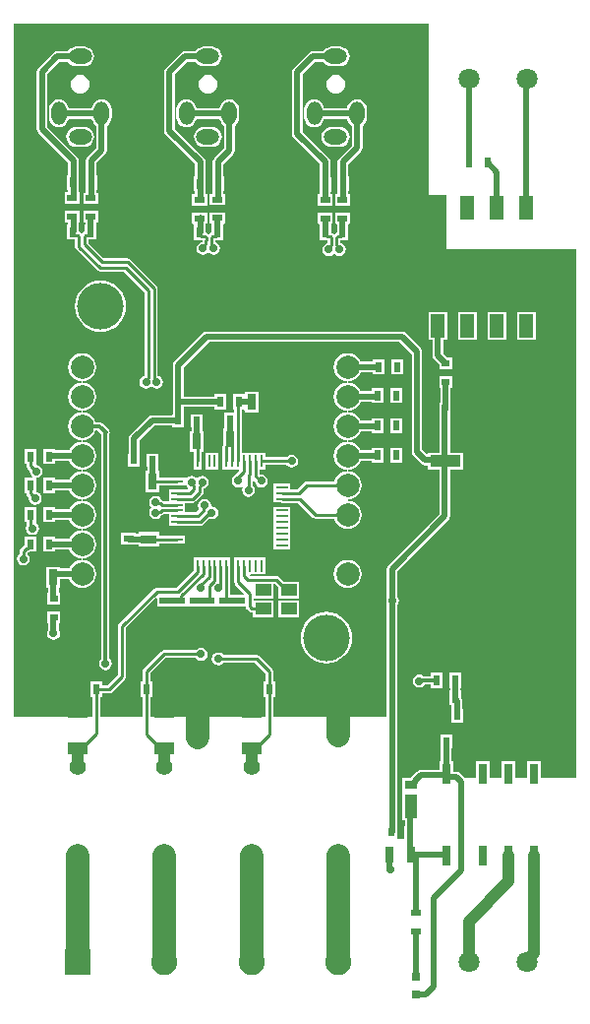
<source format=gtl>
G04*
G04 #@! TF.GenerationSoftware,Altium Limited,Altium Designer,19.0.14 (431)*
G04*
G04 Layer_Physical_Order=1*
G04 Layer_Color=255*
%FSLAX25Y25*%
%MOIN*%
G70*
G01*
G75*
%ADD11C,0.01000*%
%ADD14C,0.01181*%
%ADD15R,0.07087X0.03937*%
%ADD16R,0.02362X0.03543*%
%ADD17R,0.02756X0.02362*%
%ADD18R,0.01575X0.01575*%
%ADD19R,0.03150X0.05512*%
%ADD20R,0.03543X0.02362*%
%ADD21R,0.05512X0.03150*%
%ADD22R,0.02362X0.02756*%
%ADD23R,0.01575X0.01575*%
%ADD24R,0.01000X0.04000*%
%ADD25R,0.04000X0.01000*%
%ADD26R,0.05512X0.03937*%
%ADD27R,0.04331X0.07874*%
%ADD28R,0.04331X0.03150*%
%ADD29R,0.02362X0.03150*%
%ADD30R,0.03150X0.07087*%
%ADD31R,0.10236X0.03937*%
%ADD32R,0.04724X0.07874*%
%ADD33R,0.03150X0.03150*%
%ADD34C,0.05512*%
%ADD35C,0.07874*%
%ADD36C,0.15748*%
%ADD37R,0.08858X0.08858*%
%ADD38C,0.08858*%
%ADD39C,0.07087*%
%ADD40O,0.05118X0.07874*%
%ADD41O,0.07874X0.05118*%
%ADD42C,0.07874*%
%ADD43C,0.03937*%
%ADD44C,0.01968*%
%ADD45C,0.02756*%
%ADD46C,0.02362*%
G36*
X141732Y279528D02*
X147638D01*
Y261024D01*
X191709D01*
Y82165D01*
X179921D01*
Y87795D01*
X175197D01*
Y82165D01*
X171259D01*
Y87795D01*
X166535D01*
Y82165D01*
X162598D01*
Y87795D01*
X157874D01*
Y82165D01*
X153854D01*
X152289Y83730D01*
X151703Y84122D01*
X151012Y84259D01*
X150000D01*
Y87795D01*
X149444D01*
Y92126D01*
X149606D01*
Y96851D01*
X145669D01*
Y92126D01*
X145831D01*
Y87795D01*
X145275D01*
Y84850D01*
X139008D01*
X138317Y84712D01*
X137731Y84321D01*
X135790Y82380D01*
X135725Y82283D01*
X132933D01*
Y77559D01*
X132933D01*
Y77165D01*
X132933D01*
Y67716D01*
X133703D01*
Y65944D01*
X133540D01*
Y61614D01*
X133122Y61417D01*
X131547D01*
X131128Y61614D01*
Y63801D01*
X131163Y63976D01*
Y140675D01*
X131567Y141281D01*
X131735Y142126D01*
X131567Y142971D01*
X131163Y143576D01*
Y152033D01*
X148522Y169393D01*
X148913Y169979D01*
X149051Y170670D01*
Y186614D01*
X153386D01*
Y192126D01*
X149051D01*
Y204134D01*
X149213D01*
Y206716D01*
X149248Y206890D01*
Y214173D01*
X149607D01*
Y218110D01*
X145276D01*
Y214173D01*
X145635D01*
Y209252D01*
X145276D01*
Y204134D01*
X145438D01*
Y192126D01*
X141575D01*
Y192045D01*
X141075Y191838D01*
X139602Y193311D01*
Y226378D01*
X139464Y227069D01*
X139073Y227655D01*
X133955Y232773D01*
X133368Y233165D01*
X132677Y233302D01*
X66535D01*
X65844Y233165D01*
X65258Y232773D01*
X55562Y223077D01*
X55171Y222491D01*
X55033Y221800D01*
Y209469D01*
Y205313D01*
X54871D01*
Y204954D01*
X48029D01*
X47338Y204816D01*
X46752Y204425D01*
X40602Y198275D01*
X40210Y197689D01*
X40073Y196997D01*
Y191929D01*
X39911D01*
Y187599D01*
X43848D01*
Y191929D01*
X43686D01*
Y196249D01*
X48778Y201341D01*
X54871D01*
Y200982D01*
X58808D01*
Y205313D01*
X58646D01*
Y207663D01*
X69028D01*
Y206910D01*
X72965D01*
Y212028D01*
X69028D01*
Y211275D01*
X58646D01*
Y221052D01*
X67284Y229690D01*
X131929D01*
X135989Y225630D01*
Y192563D01*
X136126Y191871D01*
X136518Y191285D01*
X139294Y188509D01*
X139880Y188118D01*
X140571Y187980D01*
X141575D01*
Y186614D01*
X145438D01*
Y171418D01*
X128079Y154059D01*
X127687Y153473D01*
X127550Y152782D01*
Y143064D01*
X127488Y142971D01*
X127320Y142126D01*
X127488Y141281D01*
X127550Y141188D01*
Y102756D01*
X89192D01*
Y109646D01*
X89848D01*
Y114764D01*
X89192D01*
Y118026D01*
X89093Y118528D01*
X88808Y118954D01*
X84393Y123369D01*
X83967Y123654D01*
X83465Y123754D01*
X72200D01*
X72034Y124002D01*
X71317Y124481D01*
X70472Y124649D01*
X69628Y124481D01*
X68911Y124002D01*
X68433Y123286D01*
X68265Y122441D01*
X68433Y121596D01*
X68911Y120880D01*
X69628Y120401D01*
X70472Y120233D01*
X71317Y120401D01*
X72034Y120880D01*
X72200Y121128D01*
X82921D01*
X86567Y117482D01*
Y114764D01*
X85911D01*
Y109646D01*
X86567D01*
Y102756D01*
X47420D01*
Y109646D01*
X48076D01*
Y114764D01*
X47420D01*
Y117611D01*
X52512Y122703D01*
X62840D01*
X63006Y122455D01*
X63722Y121976D01*
X64567Y121808D01*
X65412Y121976D01*
X66128Y122455D01*
X66607Y123171D01*
X66775Y124016D01*
X66607Y124861D01*
X66128Y125577D01*
X65412Y126056D01*
X64567Y126224D01*
X63722Y126056D01*
X63006Y125577D01*
X62840Y125328D01*
X51968D01*
X51466Y125228D01*
X51040Y124944D01*
X45179Y119083D01*
X44895Y118657D01*
X44795Y118155D01*
Y114764D01*
X44139D01*
Y109646D01*
X44795D01*
Y102756D01*
X30346D01*
Y109646D01*
X31002D01*
Y110892D01*
X33465D01*
X33967Y110992D01*
X34393Y111277D01*
X38723Y115607D01*
X39008Y116033D01*
X39108Y116535D01*
Y132867D01*
X49242Y143002D01*
X49705Y142810D01*
Y140252D01*
X79790D01*
Y140157D01*
X79890Y139655D01*
X80174Y139229D01*
X80966Y138437D01*
X81392Y138153D01*
X81894Y138053D01*
X82085D01*
Y136610D01*
X89172D01*
Y142122D01*
X82415D01*
Y142909D01*
X89172D01*
Y147759D01*
X89672Y147842D01*
X90700Y146814D01*
X90715Y146737D01*
X90747Y146690D01*
Y142909D01*
X97834D01*
Y148421D01*
X92806D01*
X91086Y150141D01*
X90660Y150425D01*
X90158Y150525D01*
X81318D01*
X81262Y150609D01*
X81529Y151109D01*
X86358D01*
Y156684D01*
X75883D01*
Y154023D01*
X75858Y153896D01*
Y148420D01*
X75958Y147918D01*
X76243Y147492D01*
X79083Y144651D01*
X78892Y144189D01*
X74499D01*
Y153896D01*
X74474Y154023D01*
Y156684D01*
X62056D01*
Y154023D01*
X62031Y153896D01*
Y152465D01*
X56155Y146588D01*
X49660D01*
X49158Y146488D01*
X48732Y146204D01*
X36867Y134339D01*
X36583Y133913D01*
X36483Y133411D01*
Y117079D01*
X32921Y113517D01*
X31002D01*
Y114764D01*
X27065D01*
Y109646D01*
X27720D01*
Y102756D01*
X1204D01*
Y337378D01*
X141732D01*
Y279528D01*
D02*
G37*
%LPC*%
G36*
X68307Y329753D02*
X65551D01*
X64678Y329639D01*
X63864Y329301D01*
X63165Y328765D01*
X62719Y328185D01*
X59056D01*
X58364Y328047D01*
X57778Y327656D01*
X52660Y322537D01*
X52268Y321951D01*
X52131Y321260D01*
Y301052D01*
X52268Y300360D01*
X52660Y299775D01*
X62488Y289947D01*
Y285827D01*
X62163D01*
Y280709D01*
X62488D01*
Y279921D01*
X61572D01*
Y275984D01*
X66691D01*
Y279921D01*
X66101D01*
Y290695D01*
X65963Y291386D01*
X65571Y291972D01*
X55744Y301800D01*
Y320512D01*
X59804Y324572D01*
X62719D01*
X63165Y323991D01*
X63864Y323455D01*
X64678Y323118D01*
X65551Y323003D01*
X68307D01*
X69181Y323118D01*
X69995Y323455D01*
X70694Y323991D01*
X71231Y324691D01*
X71568Y325505D01*
X71683Y326378D01*
X71568Y327252D01*
X71231Y328066D01*
X70694Y328765D01*
X69995Y329301D01*
X69181Y329639D01*
X68307Y329753D01*
D02*
G37*
G36*
X25000D02*
X22244D01*
X21371Y329639D01*
X20556Y329301D01*
X19857Y328765D01*
X19412Y328185D01*
X15748D01*
X15057Y328047D01*
X14471Y327656D01*
X9353Y322537D01*
X8961Y321951D01*
X8824Y321260D01*
Y301732D01*
X8961Y301041D01*
X9353Y300455D01*
X19494Y290314D01*
Y286220D01*
X19094D01*
Y281102D01*
X19494D01*
Y280511D01*
X18308D01*
Y276574D01*
X21126D01*
X21300Y276540D01*
X21474Y276574D01*
X23426D01*
Y280511D01*
X23107D01*
Y283661D01*
Y291062D01*
X22969Y291754D01*
X22577Y292339D01*
X12436Y302481D01*
Y320512D01*
X16496Y324572D01*
X19412D01*
X19857Y323991D01*
X20556Y323455D01*
X21371Y323118D01*
X22244Y323003D01*
X25000D01*
X25874Y323118D01*
X26688Y323455D01*
X27387Y323991D01*
X27923Y324691D01*
X28260Y325505D01*
X28375Y326378D01*
X28260Y327252D01*
X27923Y328066D01*
X27387Y328765D01*
X26688Y329301D01*
X25874Y329639D01*
X25000Y329753D01*
D02*
G37*
G36*
X111614Y329753D02*
X108858D01*
X107985Y329639D01*
X107171Y329301D01*
X106472Y328765D01*
X106026Y328185D01*
X102362D01*
X101671Y328047D01*
X101085Y327655D01*
X95967Y322537D01*
X95575Y321951D01*
X95438Y321260D01*
Y300118D01*
X95575Y299427D01*
X95967Y298841D01*
X104887Y289920D01*
Y285630D01*
X104725D01*
Y280512D01*
X104887D01*
Y279921D01*
X104134D01*
Y275984D01*
X109252D01*
Y279921D01*
X108500D01*
Y280512D01*
X108662D01*
Y285630D01*
X108500D01*
Y290669D01*
X108362Y291360D01*
X107970Y291946D01*
X99050Y300866D01*
Y320512D01*
X103111Y324572D01*
X106026D01*
X106472Y323991D01*
X107171Y323455D01*
X107985Y323118D01*
X108858Y323003D01*
X111614D01*
X112488Y323118D01*
X113302Y323455D01*
X114001Y323991D01*
X114537Y324691D01*
X114874Y325505D01*
X114989Y326378D01*
X114874Y327252D01*
X114537Y328066D01*
X114001Y328765D01*
X113302Y329301D01*
X112488Y329639D01*
X111614Y329753D01*
D02*
G37*
G36*
X66929Y320106D02*
X66107Y319998D01*
X65341Y319681D01*
X64683Y319176D01*
X64178Y318518D01*
X63861Y317752D01*
X63753Y316929D01*
X63861Y316107D01*
X64178Y315341D01*
X64683Y314683D01*
X65341Y314178D01*
X66107Y313861D01*
X66929Y313753D01*
X67752Y313861D01*
X68518Y314178D01*
X69176Y314683D01*
X69681Y315341D01*
X69998Y316107D01*
X70106Y316929D01*
X69998Y317752D01*
X69681Y318518D01*
X69176Y319176D01*
X68518Y319681D01*
X67752Y319998D01*
X66929Y320106D01*
D02*
G37*
G36*
X23622D02*
X22800Y319998D01*
X22034Y319681D01*
X21376Y319176D01*
X20871Y318518D01*
X20553Y317752D01*
X20445Y316929D01*
X20553Y316107D01*
X20871Y315341D01*
X21376Y314683D01*
X22034Y314178D01*
X22800Y313861D01*
X23622Y313753D01*
X24444Y313861D01*
X25210Y314178D01*
X25868Y314683D01*
X26373Y315341D01*
X26691Y316107D01*
X26799Y316929D01*
X26691Y317752D01*
X26373Y318518D01*
X25868Y319176D01*
X25210Y319681D01*
X24444Y319998D01*
X23622Y320106D01*
D02*
G37*
G36*
X110236Y320106D02*
X109414Y319998D01*
X108648Y319681D01*
X107990Y319176D01*
X107485Y318518D01*
X107168Y317752D01*
X107059Y316929D01*
X107168Y316107D01*
X107485Y315341D01*
X107990Y314683D01*
X108648Y314178D01*
X109414Y313861D01*
X110236Y313753D01*
X111058Y313861D01*
X111825Y314178D01*
X112483Y314683D01*
X112987Y315341D01*
X113305Y316107D01*
X113413Y316929D01*
X113305Y317752D01*
X112987Y318518D01*
X112483Y319176D01*
X111825Y319681D01*
X111058Y319998D01*
X110236Y320106D01*
D02*
G37*
G36*
X74213Y311840D02*
X73339Y311725D01*
X72525Y311388D01*
X71826Y310852D01*
X71290Y310152D01*
X70952Y309338D01*
X70894Y308893D01*
X62965D01*
X62906Y309338D01*
X62569Y310152D01*
X62033Y310852D01*
X61334Y311388D01*
X60519Y311725D01*
X59646Y311840D01*
X58772Y311725D01*
X57958Y311388D01*
X57259Y310852D01*
X56723Y310152D01*
X56386Y309338D01*
X56271Y308465D01*
Y305709D01*
X56386Y304835D01*
X56723Y304021D01*
X57259Y303322D01*
X57958Y302786D01*
X58772Y302449D01*
X59646Y302333D01*
X60519Y302449D01*
X61334Y302786D01*
X62033Y303322D01*
X62569Y304021D01*
X62906Y304835D01*
X62965Y305280D01*
X70894D01*
X70952Y304835D01*
X71290Y304021D01*
X71826Y303322D01*
X72407Y302877D01*
Y295339D01*
X69040Y291972D01*
X68648Y291386D01*
X68511Y290695D01*
Y285826D01*
X68461D01*
Y280708D01*
X68511D01*
Y279947D01*
X67601D01*
Y276010D01*
X72719D01*
Y279947D01*
X72123D01*
Y280708D01*
X72398D01*
Y285826D01*
X72123D01*
Y289947D01*
X75490Y293313D01*
X75882Y293899D01*
X76019Y294591D01*
Y302877D01*
X76600Y303322D01*
X77136Y304021D01*
X77473Y304835D01*
X77588Y305709D01*
Y308465D01*
X77473Y309338D01*
X77136Y310152D01*
X76600Y310852D01*
X75901Y311388D01*
X75086Y311725D01*
X74213Y311840D01*
D02*
G37*
G36*
X30906D02*
X30032Y311725D01*
X29218Y311388D01*
X28519Y310852D01*
X27982Y310152D01*
X27645Y309338D01*
X27587Y308893D01*
X19658D01*
X19599Y309338D01*
X19262Y310152D01*
X18725Y310852D01*
X18026Y311388D01*
X17212Y311725D01*
X16339Y311840D01*
X15465Y311725D01*
X14651Y311388D01*
X13952Y310852D01*
X13416Y310152D01*
X13078Y309338D01*
X12963Y308465D01*
Y305709D01*
X13078Y304835D01*
X13416Y304021D01*
X13952Y303322D01*
X14651Y302786D01*
X15465Y302449D01*
X16339Y302333D01*
X17212Y302449D01*
X18026Y302786D01*
X18725Y303322D01*
X19262Y304021D01*
X19599Y304835D01*
X19658Y305280D01*
X27587D01*
X27645Y304835D01*
X27982Y304021D01*
X28519Y303322D01*
X29099Y302877D01*
Y295393D01*
X26046Y292339D01*
X25654Y291754D01*
X25517Y291062D01*
Y286221D01*
X25498D01*
Y281102D01*
X25517D01*
Y280314D01*
X24607D01*
Y276377D01*
X29725D01*
Y280314D01*
X29129D01*
Y281102D01*
X29435D01*
Y286221D01*
X29129D01*
Y290314D01*
X32183Y293368D01*
X32574Y293954D01*
X32712Y294645D01*
Y302877D01*
X33292Y303322D01*
X33829Y304021D01*
X34166Y304835D01*
X34281Y305709D01*
Y308465D01*
X34166Y309338D01*
X33829Y310152D01*
X33292Y310852D01*
X32593Y311388D01*
X31779Y311725D01*
X30906Y311840D01*
D02*
G37*
G36*
X117520Y311840D02*
X116646Y311725D01*
X115832Y311388D01*
X115133Y310852D01*
X114597Y310152D01*
X114259Y309338D01*
X114201Y308893D01*
X106272D01*
X106213Y309338D01*
X105876Y310152D01*
X105340Y310852D01*
X104640Y311388D01*
X103826Y311725D01*
X102953Y311840D01*
X102079Y311725D01*
X101265Y311388D01*
X100566Y310852D01*
X100030Y310152D01*
X99692Y309338D01*
X99577Y308465D01*
Y305709D01*
X99692Y304835D01*
X100030Y304021D01*
X100566Y303322D01*
X101265Y302786D01*
X102079Y302449D01*
X102953Y302333D01*
X103826Y302449D01*
X104640Y302786D01*
X105340Y303322D01*
X105876Y304021D01*
X106213Y304835D01*
X106272Y305280D01*
X114201D01*
X114259Y304835D01*
X114597Y304021D01*
X115133Y303322D01*
X115713Y302877D01*
Y296221D01*
X111439Y291946D01*
X111047Y291360D01*
X110910Y290669D01*
Y285826D01*
X110748D01*
Y280708D01*
X110910D01*
Y279921D01*
X110000D01*
Y275984D01*
X115118D01*
Y279921D01*
X114522D01*
Y280708D01*
X114684D01*
Y285826D01*
X114522D01*
Y289920D01*
X118797Y294195D01*
X119188Y294781D01*
X119326Y295472D01*
Y302877D01*
X119906Y303322D01*
X120443Y304021D01*
X120780Y304835D01*
X120895Y305709D01*
Y308465D01*
X120780Y309338D01*
X120443Y310152D01*
X119906Y310852D01*
X119207Y311388D01*
X118393Y311725D01*
X117520Y311840D01*
D02*
G37*
G36*
X68307Y302588D02*
X65551D01*
X64678Y302473D01*
X63864Y302136D01*
X63165Y301600D01*
X62628Y300901D01*
X62291Y300086D01*
X62176Y299213D01*
X62291Y298339D01*
X62628Y297525D01*
X63165Y296826D01*
X63864Y296290D01*
X64678Y295953D01*
X65551Y295837D01*
X68307D01*
X69181Y295953D01*
X69995Y296290D01*
X70694Y296826D01*
X71231Y297525D01*
X71568Y298339D01*
X71683Y299213D01*
X71568Y300086D01*
X71231Y300901D01*
X70694Y301600D01*
X69995Y302136D01*
X69181Y302473D01*
X68307Y302588D01*
D02*
G37*
G36*
X25000D02*
X22244D01*
X21371Y302473D01*
X20556Y302136D01*
X19857Y301600D01*
X19321Y300901D01*
X18984Y300086D01*
X18869Y299213D01*
X18984Y298339D01*
X19321Y297525D01*
X19857Y296826D01*
X20556Y296290D01*
X21371Y295953D01*
X22244Y295837D01*
X25000D01*
X25874Y295953D01*
X26688Y296290D01*
X27387Y296826D01*
X27923Y297525D01*
X28260Y298339D01*
X28375Y299213D01*
X28260Y300086D01*
X27923Y300901D01*
X27387Y301600D01*
X26688Y302136D01*
X25874Y302473D01*
X25000Y302588D01*
D02*
G37*
G36*
X111614Y302588D02*
X108858D01*
X107985Y302473D01*
X107171Y302136D01*
X106472Y301600D01*
X105935Y300901D01*
X105598Y300086D01*
X105483Y299213D01*
X105598Y298339D01*
X105935Y297525D01*
X106472Y296826D01*
X107171Y296290D01*
X107985Y295953D01*
X108858Y295837D01*
X111614D01*
X112488Y295953D01*
X113302Y296290D01*
X114001Y296826D01*
X114537Y297525D01*
X114874Y298339D01*
X114989Y299213D01*
X114874Y300086D01*
X114537Y300901D01*
X114001Y301600D01*
X113302Y302136D01*
X112488Y302473D01*
X111614Y302588D01*
D02*
G37*
G36*
X72719Y273648D02*
X67601D01*
Y269711D01*
X68028D01*
X68223Y269291D01*
Y266854D01*
X68006Y266811D01*
X67580Y266526D01*
X67161Y266107D01*
X66742Y266526D01*
X66316Y266811D01*
X66100Y266854D01*
Y269685D01*
X66691D01*
Y273622D01*
X61572D01*
Y269685D01*
X61905D01*
X62162Y269291D01*
Y264173D01*
X64958D01*
Y263566D01*
X64411Y263457D01*
X63695Y262979D01*
X63216Y262262D01*
X63048Y261417D01*
X63216Y260572D01*
X63695Y259856D01*
X64411Y259378D01*
X65256Y259210D01*
X66101Y259378D01*
X66692Y259773D01*
X67028Y259824D01*
X67363Y259773D01*
X67954Y259378D01*
X68799Y259210D01*
X69644Y259378D01*
X70360Y259856D01*
X70839Y260572D01*
X71007Y261417D01*
X70839Y262262D01*
X70360Y262979D01*
X69644Y263457D01*
X69358Y263514D01*
X69360Y263520D01*
Y264174D01*
X72160D01*
Y269291D01*
X72355Y269711D01*
X72719D01*
Y273648D01*
D02*
G37*
G36*
X109252Y273622D02*
X104134D01*
Y269685D01*
X104467D01*
X104724Y269291D01*
Y264173D01*
X107447D01*
Y263146D01*
X107029Y263063D01*
X106313Y262585D01*
X105834Y261869D01*
X105666Y261024D01*
X105834Y260179D01*
X106313Y259462D01*
X107029Y258984D01*
X107874Y258816D01*
X108719Y258984D01*
X109310Y259379D01*
X109646Y259430D01*
X109981Y259379D01*
X110573Y258984D01*
X111417Y258816D01*
X112262Y258984D01*
X112978Y259462D01*
X113457Y260179D01*
X113625Y261024D01*
X113457Y261869D01*
X112978Y262585D01*
X112262Y263063D01*
X111844Y263146D01*
Y263673D01*
X111844Y263673D01*
Y264173D01*
X114567D01*
Y269291D01*
X114825Y269685D01*
X115118D01*
Y273622D01*
X110000D01*
Y269685D01*
X110373D01*
X110630Y269291D01*
Y266761D01*
X110491Y266733D01*
X110065Y266449D01*
X109646Y266030D01*
X109227Y266449D01*
X108801Y266733D01*
X108661Y266761D01*
Y269291D01*
X108918Y269685D01*
X109252D01*
Y273622D01*
D02*
G37*
G36*
X30512Y250534D02*
X28814Y250367D01*
X27181Y249871D01*
X25676Y249067D01*
X24358Y247985D01*
X23275Y246666D01*
X22471Y245161D01*
X21976Y243528D01*
X21808Y241830D01*
X21976Y240133D01*
X22471Y238500D01*
X23275Y236995D01*
X24358Y235676D01*
X25676Y234594D01*
X27181Y233790D01*
X28814Y233294D01*
X30512Y233127D01*
X32210Y233294D01*
X33842Y233790D01*
X35347Y234594D01*
X36666Y235676D01*
X37748Y236995D01*
X38552Y238500D01*
X39048Y240133D01*
X39215Y241830D01*
X39048Y243528D01*
X38552Y245161D01*
X37748Y246666D01*
X36666Y247985D01*
X35347Y249067D01*
X33842Y249871D01*
X32210Y250367D01*
X30512Y250534D01*
D02*
G37*
G36*
X177992Y239961D02*
X171693D01*
Y230512D01*
X177992D01*
Y239961D01*
D02*
G37*
G36*
X167992D02*
X161693D01*
Y230512D01*
X167992D01*
Y239961D01*
D02*
G37*
G36*
X157992D02*
X151693D01*
Y230512D01*
X157992D01*
Y239961D01*
D02*
G37*
G36*
X147992D02*
X141693D01*
Y230512D01*
X143036D01*
Y225090D01*
X143174Y224398D01*
X143565Y223812D01*
X145276Y222102D01*
Y220522D01*
X149607D01*
Y224459D01*
X148027D01*
X146649Y225838D01*
Y230512D01*
X147992D01*
Y239961D01*
D02*
G37*
G36*
X133071Y223819D02*
X129133D01*
Y218701D01*
X133071D01*
Y223819D01*
D02*
G37*
G36*
X114291Y225985D02*
X113058Y225823D01*
X111909Y225347D01*
X110922Y224590D01*
X110164Y223603D01*
X109688Y222454D01*
X109526Y221220D01*
X109688Y219987D01*
X110164Y218838D01*
X110922Y217851D01*
X111909Y217093D01*
X113058Y216617D01*
X113935Y216502D01*
X114160Y216472D01*
Y215968D01*
X113935Y215939D01*
X113058Y215823D01*
X111909Y215347D01*
X110922Y214590D01*
X110164Y213603D01*
X109688Y212454D01*
X109526Y211220D01*
X109688Y209987D01*
X110164Y208838D01*
X110922Y207851D01*
X111909Y207094D01*
X113058Y206617D01*
X113935Y206502D01*
X114160Y206472D01*
Y205968D01*
X113935Y205939D01*
X113058Y205823D01*
X111909Y205347D01*
X110922Y204590D01*
X110164Y203603D01*
X109688Y202454D01*
X109526Y201220D01*
X109688Y199987D01*
X110164Y198838D01*
X110922Y197851D01*
X111909Y197093D01*
X113058Y196617D01*
X113935Y196502D01*
X114160Y196472D01*
Y195968D01*
X113935Y195939D01*
X113058Y195823D01*
X111909Y195347D01*
X110922Y194590D01*
X110164Y193603D01*
X109688Y192454D01*
X109526Y191220D01*
X109688Y189987D01*
X110164Y188838D01*
X110922Y187851D01*
X111909Y187093D01*
X113058Y186618D01*
X113935Y186502D01*
X114160Y186472D01*
Y185968D01*
X113935Y185939D01*
X113058Y185823D01*
X111909Y185347D01*
X110922Y184590D01*
X110164Y183603D01*
X109721Y182533D01*
X100512D01*
X100010Y182433D01*
X99584Y182148D01*
X97334Y179899D01*
X94758D01*
Y181842D01*
X89183D01*
Y179267D01*
Y175330D01*
X91844D01*
X91971Y175305D01*
X97445D01*
X102458Y170292D01*
X102884Y170008D01*
X103386Y169908D01*
X109721D01*
X110164Y168838D01*
X110922Y167851D01*
X111909Y167094D01*
X113058Y166618D01*
X114291Y166455D01*
X115524Y166618D01*
X116674Y167094D01*
X117661Y167851D01*
X118418Y168838D01*
X118894Y169987D01*
X119056Y171220D01*
X118894Y172454D01*
X118418Y173603D01*
X117661Y174590D01*
X116674Y175347D01*
X115524Y175823D01*
X114647Y175939D01*
X114423Y175968D01*
Y176472D01*
X114647Y176502D01*
X115524Y176618D01*
X116674Y177094D01*
X117661Y177851D01*
X118418Y178838D01*
X118894Y179987D01*
X119056Y181220D01*
X118894Y182454D01*
X118418Y183603D01*
X117661Y184590D01*
X116674Y185347D01*
X115524Y185823D01*
X114647Y185939D01*
X114423Y185968D01*
Y186472D01*
X114647Y186502D01*
X115524Y186618D01*
X116674Y187093D01*
X117661Y187851D01*
X118418Y188838D01*
X118657Y189414D01*
X122441D01*
Y188779D01*
X126378D01*
Y193897D01*
X122441D01*
Y193027D01*
X118657D01*
X118418Y193603D01*
X117661Y194590D01*
X116674Y195347D01*
X115524Y195823D01*
X114647Y195939D01*
X114423Y195968D01*
Y196472D01*
X114647Y196502D01*
X115524Y196617D01*
X116674Y197093D01*
X117661Y197851D01*
X118418Y198838D01*
X118657Y199414D01*
X122441D01*
Y198819D01*
X126378D01*
Y203937D01*
X122441D01*
Y203027D01*
X118657D01*
X118418Y203603D01*
X117661Y204590D01*
X116674Y205347D01*
X115524Y205823D01*
X114647Y205939D01*
X114423Y205968D01*
Y206472D01*
X114647Y206502D01*
X115524Y206617D01*
X116674Y207094D01*
X117661Y207851D01*
X118418Y208838D01*
X118657Y209414D01*
X122441D01*
Y209055D01*
X126378D01*
Y214173D01*
X122441D01*
Y213027D01*
X118657D01*
X118418Y213603D01*
X117661Y214590D01*
X116674Y215347D01*
X115524Y215823D01*
X114647Y215939D01*
X114423Y215968D01*
Y216472D01*
X114647Y216502D01*
X115524Y216617D01*
X116674Y217093D01*
X117661Y217851D01*
X118418Y218838D01*
X118657Y219414D01*
X122834D01*
Y218701D01*
X126771D01*
Y223819D01*
X122834D01*
Y223027D01*
X118657D01*
X118418Y223603D01*
X117661Y224590D01*
X116674Y225347D01*
X115524Y225823D01*
X114291Y225985D01*
D02*
G37*
G36*
X23426Y274212D02*
X18308D01*
Y270275D01*
X19493D01*
Y269487D01*
X19094D01*
Y264369D01*
X21916D01*
Y261973D01*
X22016Y261471D01*
X22301Y261045D01*
X29352Y253993D01*
X29778Y253709D01*
X30281Y253609D01*
X38433D01*
X45538Y246503D01*
Y218265D01*
X45120Y218181D01*
X44403Y217703D01*
X43925Y216987D01*
X43757Y216142D01*
X43925Y215297D01*
X44403Y214581D01*
X45120Y214102D01*
X45965Y213934D01*
X46809Y214102D01*
X47401Y214497D01*
X47736Y214548D01*
X48071Y214497D01*
X48663Y214102D01*
X49508Y213934D01*
X50353Y214102D01*
X51069Y214581D01*
X51548Y215297D01*
X51716Y216142D01*
X51548Y216987D01*
X51069Y217703D01*
X50353Y218181D01*
X49935Y218265D01*
Y247781D01*
X49835Y248283D01*
X49550Y248709D01*
X40638Y257621D01*
X40213Y257906D01*
X39710Y258005D01*
X31558D01*
X26313Y263250D01*
Y264370D01*
X29135D01*
Y269488D01*
X28972D01*
Y270078D01*
X29725D01*
Y274015D01*
X24607D01*
Y270078D01*
X25360D01*
Y269488D01*
X25198D01*
Y267076D01*
X24959Y267029D01*
X24533Y266744D01*
X24114Y266325D01*
X23696Y266744D01*
X23270Y267028D01*
X23094Y267063D01*
X23106Y267126D01*
Y270275D01*
X23426D01*
Y274212D01*
D02*
G37*
G36*
X132677Y214173D02*
X128740D01*
Y209055D01*
X132677D01*
Y214173D01*
D02*
G37*
G36*
X84087Y212992D02*
X79362D01*
Y212488D01*
X79264Y212028D01*
X75327D01*
Y206910D01*
X75858D01*
Y205661D01*
X72441D01*
Y200542D01*
X72048Y200394D01*
Y195059D01*
X71974Y194948D01*
X71874Y194446D01*
Y189413D01*
X71899Y189286D01*
Y186626D01*
X73883D01*
Y186626D01*
X76458D01*
Y186626D01*
X77369D01*
X77576Y186126D01*
X76237Y184786D01*
X76086Y184560D01*
X75604Y184238D01*
X75126Y183522D01*
X74958Y182677D01*
X75126Y181832D01*
X75604Y181116D01*
X76320Y180638D01*
X77165Y180469D01*
X78010Y180638D01*
X78434Y180921D01*
X78794Y180560D01*
X78669Y180372D01*
X78501Y179528D01*
X78669Y178683D01*
X79147Y177966D01*
X79864Y177488D01*
X80709Y177320D01*
X81554Y177488D01*
X82270Y177966D01*
X82748Y178683D01*
X82916Y179528D01*
X82748Y180372D01*
X82270Y181089D01*
X82021Y181255D01*
Y182713D01*
X82453Y182903D01*
X82844Y182615D01*
X83000Y181832D01*
X83478Y181116D01*
X84194Y180638D01*
X85039Y180469D01*
X85884Y180638D01*
X86601Y181116D01*
X87079Y181832D01*
X87247Y182677D01*
X87079Y183522D01*
X86601Y184238D01*
X85884Y184717D01*
X85039Y184885D01*
X84883Y184854D01*
X84383Y185264D01*
Y186626D01*
X86358D01*
Y188057D01*
X93548D01*
X93714Y187809D01*
X94431Y187330D01*
X95276Y187162D01*
X96121Y187330D01*
X96837Y187809D01*
X97315Y188525D01*
X97483Y189370D01*
X97315Y190215D01*
X96837Y190931D01*
X96121Y191410D01*
X95276Y191578D01*
X94431Y191410D01*
X93714Y190931D01*
X93548Y190683D01*
X86358D01*
Y192201D01*
X84358D01*
Y192201D01*
X81783D01*
Y192201D01*
X78483D01*
Y206910D01*
X79264D01*
X79362Y206451D01*
Y205906D01*
X84087D01*
Y212992D01*
D02*
G37*
G36*
X132677Y203937D02*
X128740D01*
Y198819D01*
X132677D01*
Y203937D01*
D02*
G37*
G36*
Y193897D02*
X128740D01*
Y188779D01*
X132677D01*
Y193897D01*
D02*
G37*
G36*
X70537Y192201D02*
X65993D01*
Y186626D01*
X70537D01*
Y192201D01*
D02*
G37*
G36*
X65158Y205313D02*
X61221D01*
Y200982D01*
X61383D01*
Y199589D01*
X60826D01*
Y192502D01*
X62031D01*
Y189413D01*
X62056Y189286D01*
Y186626D01*
X64631D01*
Y189286D01*
X64657Y189413D01*
Y192502D01*
X65551D01*
Y199589D01*
X64995D01*
Y200982D01*
X65158D01*
Y205313D01*
D02*
G37*
G36*
X50197Y191929D02*
X46260D01*
Y187599D01*
X46422D01*
Y186024D01*
X45866D01*
Y178937D01*
X50590D01*
Y181211D01*
X56454D01*
X56581Y181236D01*
X59241D01*
X59654Y181025D01*
X59856Y180722D01*
X59874Y180710D01*
X59991Y180061D01*
X59873Y179899D01*
X56454D01*
X56327Y179874D01*
X53667D01*
Y175962D01*
X51877D01*
X51850Y175988D01*
X51425Y176273D01*
X51233Y176311D01*
X50774Y176998D01*
X50058Y177476D01*
X49213Y177645D01*
X48368Y177476D01*
X47651Y176998D01*
X47173Y176282D01*
X47005Y175437D01*
X47173Y174592D01*
X47568Y174000D01*
X47619Y173665D01*
X47568Y173330D01*
X47173Y172738D01*
X47005Y171893D01*
X47173Y171048D01*
X47651Y170332D01*
X48368Y169854D01*
X49213Y169686D01*
X50058Y169854D01*
X50774Y170332D01*
X51233Y171019D01*
X51425Y171057D01*
X51850Y171342D01*
X51877Y171368D01*
X53667D01*
Y169984D01*
X53667D01*
Y167409D01*
X56327D01*
X56454Y167384D01*
X62630D01*
X62670Y167392D01*
X64288D01*
X64790Y167492D01*
X65216Y167776D01*
X67346Y169906D01*
X67409Y169864D01*
X68253Y169696D01*
X69098Y169864D01*
X69815Y170343D01*
X70293Y171059D01*
X70461Y171904D01*
X70293Y172749D01*
X69815Y173465D01*
X69098Y173944D01*
X68254Y174112D01*
X67956Y174409D01*
X67788Y175254D01*
X67309Y175971D01*
X66593Y176449D01*
X65748Y176617D01*
X64903Y176449D01*
X64187Y175971D01*
X63708Y175254D01*
X63540Y174409D01*
X63708Y173565D01*
X64020Y173099D01*
X62923Y172001D01*
X62670D01*
X62630Y172009D01*
X59241D01*
Y173362D01*
X59241D01*
Y175305D01*
X61702D01*
X62204Y175405D01*
X62630Y175690D01*
X65003Y178062D01*
X65288Y178488D01*
X65387Y178991D01*
Y180161D01*
X65806Y180244D01*
X66522Y180722D01*
X67000Y181439D01*
X67168Y182283D01*
X67000Y183128D01*
X66522Y183845D01*
X65806Y184323D01*
X64961Y184491D01*
X64116Y184323D01*
X63524Y183928D01*
X63189Y183877D01*
X62854Y183928D01*
X62262Y184323D01*
X61417Y184491D01*
X60572Y184323D01*
X59856Y183845D01*
X59741Y183673D01*
X59241Y183811D01*
Y183811D01*
X56581D01*
X56454Y183836D01*
X50590D01*
Y186024D01*
X50035D01*
Y187599D01*
X50197D01*
Y191929D01*
D02*
G37*
G36*
X8661Y193504D02*
X4724D01*
Y188386D01*
X5380D01*
Y187874D01*
X5480Y187372D01*
X5764Y186946D01*
X6512Y186198D01*
X6454Y185905D01*
X6622Y185060D01*
X7100Y184344D01*
X7374Y184161D01*
X7222Y183661D01*
X4724D01*
Y178543D01*
X5380D01*
Y178465D01*
X5480Y177962D01*
X5764Y177537D01*
X6236Y177065D01*
X6178Y176772D01*
X6346Y175927D01*
X6825Y175210D01*
X7541Y174732D01*
X8386Y174564D01*
X9230Y174732D01*
X9947Y175210D01*
X10425Y175927D01*
X10593Y176772D01*
X10425Y177617D01*
X9947Y178333D01*
X9230Y178811D01*
X8661Y178925D01*
Y183227D01*
X8661Y183661D01*
X9109Y183787D01*
X9506Y183866D01*
X10222Y184344D01*
X10701Y185060D01*
X10869Y185905D01*
X10701Y186750D01*
X10222Y187466D01*
X9506Y187945D01*
X9019Y188042D01*
X8661Y188385D01*
X8661Y188584D01*
Y193504D01*
D02*
G37*
G36*
X50394Y165354D02*
X43307D01*
Y164798D01*
X42520D01*
Y165089D01*
X37402D01*
Y161152D01*
X42520D01*
Y161185D01*
X43307D01*
Y160629D01*
X50394D01*
Y161484D01*
X56454D01*
X56581Y161509D01*
X59241D01*
Y164084D01*
X56581D01*
X56454Y164109D01*
X50394D01*
Y165354D01*
D02*
G37*
G36*
X8661Y173779D02*
X4724D01*
Y168661D01*
X5380D01*
Y167749D01*
X5450Y167395D01*
X5441Y167380D01*
X5272Y166535D01*
X5441Y165691D01*
X5919Y164974D01*
X6635Y164496D01*
X7480Y164328D01*
X8325Y164496D01*
X9041Y164974D01*
X9520Y165691D01*
X9688Y166535D01*
X9520Y167380D01*
X9041Y168097D01*
X8836Y168234D01*
X8661Y168661D01*
X8661Y168661D01*
Y173779D01*
D02*
G37*
G36*
X94758Y173968D02*
X89183D01*
Y171393D01*
Y167409D01*
Y163509D01*
Y159509D01*
X94758D01*
Y163509D01*
Y167409D01*
Y171393D01*
Y173968D01*
D02*
G37*
G36*
X8661Y163779D02*
X4724D01*
Y160996D01*
X4386Y160770D01*
X3403Y159786D01*
X3118Y159361D01*
X3018Y158858D01*
Y158026D01*
X2770Y157860D01*
X2291Y157144D01*
X2123Y156299D01*
X2291Y155454D01*
X2770Y154738D01*
X3486Y154260D01*
X4331Y154091D01*
X5176Y154260D01*
X5892Y154738D01*
X6370Y155454D01*
X6538Y156299D01*
X6370Y157144D01*
X5892Y157860D01*
X5839Y157896D01*
X5828Y158042D01*
X5905Y158529D01*
X6408Y158629D01*
X6455Y158661D01*
X8661D01*
Y163779D01*
D02*
G37*
G36*
X114291Y155985D02*
X113058Y155823D01*
X111909Y155347D01*
X110922Y154590D01*
X110164Y153603D01*
X109688Y152454D01*
X109526Y151220D01*
X109688Y149987D01*
X110164Y148838D01*
X110922Y147851D01*
X111909Y147093D01*
X113058Y146617D01*
X114291Y146455D01*
X115524Y146617D01*
X116674Y147093D01*
X117661Y147851D01*
X118418Y148838D01*
X118894Y149987D01*
X119056Y151220D01*
X118894Y152454D01*
X118418Y153603D01*
X117661Y154590D01*
X116674Y155347D01*
X115524Y155823D01*
X114291Y155985D01*
D02*
G37*
G36*
X97834Y142122D02*
X90747D01*
Y136610D01*
X97834D01*
Y142122D01*
D02*
G37*
G36*
X16929Y138522D02*
X12598D01*
Y134585D01*
X12761D01*
Y132297D01*
X12527Y131947D01*
X12359Y131102D01*
X12527Y130257D01*
X13006Y129541D01*
X13722Y129063D01*
X14567Y128895D01*
X15412Y129063D01*
X16128Y129541D01*
X16607Y130257D01*
X16775Y131102D01*
X16607Y131947D01*
X16373Y132297D01*
Y134585D01*
X16929D01*
Y138522D01*
D02*
G37*
G36*
X107086Y138328D02*
X105388Y138161D01*
X103755Y137666D01*
X102251Y136862D01*
X100932Y135779D01*
X99849Y134460D01*
X99045Y132956D01*
X98550Y131323D01*
X98383Y129625D01*
X98550Y127927D01*
X99045Y126295D01*
X99849Y124790D01*
X100932Y123471D01*
X102251Y122389D01*
X103755Y121584D01*
X105388Y121089D01*
X107086Y120922D01*
X108784Y121089D01*
X110416Y121584D01*
X111921Y122389D01*
X113240Y123471D01*
X114322Y124790D01*
X115127Y126295D01*
X115622Y127927D01*
X115789Y129625D01*
X115622Y131323D01*
X115127Y132956D01*
X114322Y134460D01*
X113240Y135779D01*
X111921Y136862D01*
X110416Y137666D01*
X108784Y138161D01*
X107086Y138328D01*
D02*
G37*
G36*
X24291Y225985D02*
X23058Y225823D01*
X21909Y225347D01*
X20922Y224590D01*
X20164Y223603D01*
X19688Y222454D01*
X19526Y221220D01*
X19688Y219987D01*
X20164Y218838D01*
X20922Y217851D01*
X21909Y217093D01*
X23058Y216617D01*
X23935Y216502D01*
X24160Y216472D01*
Y215968D01*
X23935Y215939D01*
X23058Y215823D01*
X21909Y215347D01*
X20922Y214590D01*
X20164Y213603D01*
X19688Y212454D01*
X19526Y211220D01*
X19688Y209987D01*
X20164Y208838D01*
X20922Y207851D01*
X21909Y207094D01*
X23058Y206617D01*
X23935Y206502D01*
X24160Y206472D01*
Y205968D01*
X23935Y205939D01*
X23058Y205823D01*
X21909Y205347D01*
X20922Y204590D01*
X20164Y203603D01*
X19688Y202454D01*
X19526Y201220D01*
X19688Y199987D01*
X20164Y198838D01*
X20922Y197851D01*
X21909Y197093D01*
X23058Y196617D01*
X23935Y196502D01*
X24160Y196472D01*
Y195968D01*
X23935Y195939D01*
X23058Y195823D01*
X21909Y195347D01*
X20922Y194590D01*
X20164Y193603D01*
X19926Y193027D01*
X14960D01*
Y193504D01*
X11023D01*
Y188386D01*
X14960D01*
Y189414D01*
X19926D01*
X20164Y188838D01*
X20922Y187851D01*
X21909Y187093D01*
X23058Y186618D01*
X23935Y186502D01*
X24160Y186472D01*
Y185968D01*
X23935Y185939D01*
X23058Y185823D01*
X21909Y185347D01*
X20922Y184590D01*
X20164Y183603D01*
X19926Y183027D01*
X14960D01*
Y183661D01*
X11023D01*
Y178543D01*
X14960D01*
Y179414D01*
X19926D01*
X20164Y178838D01*
X20922Y177851D01*
X21909Y177094D01*
X23058Y176618D01*
X23935Y176502D01*
X24160Y176472D01*
Y175968D01*
X23935Y175939D01*
X23058Y175823D01*
X21909Y175347D01*
X20922Y174590D01*
X20164Y173603D01*
X19926Y173027D01*
X14960D01*
Y173779D01*
X11023D01*
Y168661D01*
X14960D01*
Y169414D01*
X19926D01*
X20164Y168838D01*
X20922Y167851D01*
X21909Y167094D01*
X23058Y166618D01*
X23935Y166502D01*
X24160Y166472D01*
Y165968D01*
X23935Y165939D01*
X23058Y165823D01*
X21909Y165347D01*
X20922Y164590D01*
X20164Y163603D01*
X19926Y163027D01*
X14960D01*
Y163779D01*
X11023D01*
Y158661D01*
X14960D01*
Y159414D01*
X19926D01*
X20164Y158838D01*
X20922Y157851D01*
X21909Y157094D01*
X23058Y156617D01*
X23935Y156502D01*
X24160Y156472D01*
Y155968D01*
X23935Y155939D01*
X23058Y155823D01*
X21909Y155347D01*
X20922Y154590D01*
X20164Y153603D01*
X19926Y153027D01*
X16929D01*
Y153543D01*
X12204D01*
Y146457D01*
X12760D01*
Y144872D01*
X12598D01*
Y140935D01*
X16929D01*
Y144872D01*
X16373D01*
Y146457D01*
X16929D01*
Y149414D01*
X19926D01*
X20164Y148838D01*
X20922Y147851D01*
X21909Y147093D01*
X23058Y146617D01*
X24291Y146455D01*
X25525Y146617D01*
X26674Y147093D01*
X27661Y147851D01*
X28418Y148838D01*
X28894Y149987D01*
X29056Y151220D01*
X28894Y152454D01*
X28418Y153603D01*
X27661Y154590D01*
X26674Y155347D01*
X25525Y155823D01*
X24647Y155939D01*
X24423Y155968D01*
Y156472D01*
X24647Y156502D01*
X25525Y156617D01*
X26674Y157094D01*
X27661Y157851D01*
X28418Y158838D01*
X28894Y159987D01*
X29056Y161220D01*
X28894Y162454D01*
X28418Y163603D01*
X27661Y164590D01*
X26674Y165347D01*
X25525Y165823D01*
X24647Y165939D01*
X24423Y165968D01*
Y166472D01*
X24647Y166502D01*
X25525Y166618D01*
X26674Y167094D01*
X27661Y167851D01*
X28418Y168838D01*
X28894Y169987D01*
X29056Y171220D01*
X28894Y172454D01*
X28418Y173603D01*
X27661Y174590D01*
X26674Y175347D01*
X25525Y175823D01*
X24647Y175939D01*
X24423Y175968D01*
Y176472D01*
X24647Y176502D01*
X25525Y176618D01*
X26674Y177094D01*
X27661Y177851D01*
X28418Y178838D01*
X28894Y179987D01*
X29056Y181220D01*
X28894Y182454D01*
X28418Y183603D01*
X27661Y184590D01*
X26674Y185347D01*
X25525Y185823D01*
X24647Y185939D01*
X24423Y185968D01*
Y186472D01*
X24647Y186502D01*
X25525Y186618D01*
X26674Y187093D01*
X27661Y187851D01*
X28418Y188838D01*
X28894Y189987D01*
X29056Y191220D01*
X28894Y192454D01*
X28418Y193603D01*
X27661Y194590D01*
X26674Y195347D01*
X25525Y195823D01*
X24647Y195939D01*
X24423Y195968D01*
Y196472D01*
X24647Y196502D01*
X25525Y196617D01*
X26674Y197093D01*
X27661Y197851D01*
X28418Y198838D01*
X28823Y199815D01*
X29497D01*
X30778Y198534D01*
Y122532D01*
X30622Y122427D01*
X30143Y121711D01*
X29975Y120866D01*
X30143Y120021D01*
X30622Y119305D01*
X31338Y118826D01*
X32183Y118658D01*
X33028Y118826D01*
X33744Y119305D01*
X34222Y120021D01*
X34391Y120866D01*
X34222Y121711D01*
X33744Y122427D01*
X33588Y122532D01*
Y198509D01*
X33688Y199016D01*
X33582Y199553D01*
X33277Y200009D01*
X31072Y202214D01*
X30616Y202518D01*
X30079Y202625D01*
X28823D01*
X28418Y203603D01*
X27661Y204590D01*
X26674Y205347D01*
X25525Y205823D01*
X24647Y205939D01*
X24423Y205968D01*
Y206472D01*
X24647Y206502D01*
X25525Y206617D01*
X26674Y207094D01*
X27661Y207851D01*
X28418Y208838D01*
X28894Y209987D01*
X29056Y211220D01*
X28894Y212454D01*
X28418Y213603D01*
X27661Y214590D01*
X26674Y215347D01*
X25525Y215823D01*
X24647Y215939D01*
X24423Y215968D01*
Y216472D01*
X24647Y216502D01*
X25525Y216617D01*
X26674Y217093D01*
X27661Y217851D01*
X28418Y218838D01*
X28894Y219987D01*
X29056Y221220D01*
X28894Y222454D01*
X28418Y223603D01*
X27661Y224590D01*
X26674Y225347D01*
X25525Y225823D01*
X24291Y225985D01*
D02*
G37*
G36*
X146457Y117717D02*
X142519D01*
Y116563D01*
X140082D01*
X139428Y117000D01*
X138583Y117168D01*
X137738Y117000D01*
X137022Y116522D01*
X136543Y115805D01*
X136375Y114961D01*
X136543Y114116D01*
X137022Y113400D01*
X137738Y112921D01*
X138583Y112753D01*
X139428Y112921D01*
X140144Y113400D01*
X140380Y113753D01*
X142519D01*
Y112599D01*
X146457D01*
Y117717D01*
D02*
G37*
G36*
X152756D02*
X148819D01*
Y112599D01*
X148981D01*
Y111811D01*
X148819D01*
Y106693D01*
X149571D01*
Y105394D01*
X149409D01*
Y100670D01*
X153346D01*
Y105394D01*
X153184D01*
Y108071D01*
X153047Y108763D01*
X152756Y109198D01*
Y111811D01*
X152594D01*
Y112599D01*
X152756D01*
Y117717D01*
D02*
G37*
%LPD*%
D11*
X70472Y122441D02*
X83465D01*
X87880Y118026D01*
Y112205D02*
Y118026D01*
X84736Y93747D02*
X87880Y96890D01*
X84736Y93693D02*
Y93747D01*
X87880Y96890D02*
Y112205D01*
X83268Y92224D02*
X84736Y93693D01*
X81693Y92224D02*
X83268D01*
X37795Y116535D02*
Y133411D01*
X33465Y112205D02*
X37795Y116535D01*
X29033Y112205D02*
X33465D01*
X25681Y93738D02*
X29033Y97090D01*
X25681Y93693D02*
Y93738D01*
X29033Y97090D02*
Y112205D01*
X24213Y92224D02*
X25681Y93693D01*
X22638Y92224D02*
X24213D01*
X46108Y112205D02*
Y118155D01*
Y96806D02*
Y112205D01*
Y118155D02*
X51968Y124016D01*
X46108Y96806D02*
X50689Y92224D01*
X52165D01*
X51968Y124016D02*
X64567D01*
X37795Y133411D02*
X49660Y145276D01*
X63344Y151921D02*
Y153896D01*
X56698Y145276D02*
X63344Y151921D01*
X67152Y171568D02*
X67918D01*
X64288Y168704D02*
X67152Y171568D01*
X63466Y170689D02*
X65412Y172634D01*
X108299Y265521D02*
X108760Y265059D01*
X106693Y266308D02*
X107480Y265521D01*
X108760Y264407D02*
Y265059D01*
X107480Y265521D02*
X108299D01*
X106693Y266308D02*
Y266732D01*
X108760Y262442D02*
Y264407D01*
X108760Y264407D01*
X107874Y261556D02*
X108760Y262442D01*
X107874Y261024D02*
Y261556D01*
X56454Y168696D02*
X62630D01*
X112599Y266308D02*
Y266732D01*
X111811Y265521D02*
X112599Y266308D01*
X110993Y265521D02*
X111811D01*
X110532Y265059D02*
X110993Y265521D01*
X110531Y262442D02*
X111417Y261556D01*
Y261024D02*
Y261556D01*
X110532Y263673D02*
Y265059D01*
X110531Y262442D02*
Y263673D01*
X110532Y263673D01*
X56454Y170696D02*
X62630D01*
X67918Y171568D02*
X68253Y171904D01*
X62638Y168704D02*
X64288D01*
X62630Y168696D02*
X62638Y168704D01*
X65412Y174074D02*
X65748Y174409D01*
X65412Y172634D02*
Y174074D01*
X62638Y170689D02*
X63466D01*
X62630Y170696D02*
X62638Y170689D01*
X60864Y178586D02*
X62090Y179813D01*
X56454Y178586D02*
X60864D01*
X61417Y181751D02*
X62090Y181078D01*
Y179813D02*
Y181078D01*
X61702Y176618D02*
X64075Y178991D01*
X56454Y176618D02*
X61702D01*
X51333Y174649D02*
X56454D01*
X50922Y175060D02*
X51333Y174649D01*
X51333Y172681D02*
X56454D01*
X50922Y172270D02*
X51333Y172681D01*
X4331Y156299D02*
Y158858D01*
X5315Y159842D01*
X5905D01*
X6693Y160629D01*
Y161220D01*
Y187874D02*
X8661Y185905D01*
X6693Y187874D02*
Y190945D01*
Y178465D02*
X8386Y176772D01*
X6693Y178465D02*
Y181102D01*
Y167749D02*
Y171220D01*
X7480Y166535D02*
Y166962D01*
X6693Y167749D02*
X7480Y166962D01*
X77171Y189413D02*
Y209344D01*
X77296Y209469D01*
X64961Y181751D02*
Y182283D01*
X64075Y180865D02*
X64961Y181751D01*
X64075Y178991D02*
Y180865D01*
X61417Y181751D02*
Y182283D01*
X45965Y216142D02*
Y216674D01*
X46850Y217560D01*
Y247047D01*
X49508Y216142D02*
Y216674D01*
X48622Y217560D02*
X49508Y216674D01*
X48622Y217560D02*
Y247781D01*
X38976Y254921D02*
X46850Y247047D01*
X39710Y256693D02*
X48622Y247781D01*
X30281Y254921D02*
X38976D01*
X31014Y256693D02*
X39710D01*
X23229Y261973D02*
X30281Y254921D01*
X23229Y261973D02*
Y265354D01*
X25000Y262707D02*
X31014Y256693D01*
X25000Y262707D02*
Y265355D01*
X22768Y265816D02*
X23229Y265354D01*
X21850Y265816D02*
X22768D01*
X21062Y266603D02*
X21850Y265816D01*
X21062Y266603D02*
Y266928D01*
X25000Y265355D02*
X25462Y265816D01*
X26379D01*
X27166Y266604D01*
Y266929D01*
X65256Y261417D02*
Y261950D01*
X66271Y262965D01*
Y264249D01*
X66275Y264254D01*
Y265137D01*
X65814Y265598D02*
X66275Y265137D01*
X64918Y265598D02*
X65814D01*
X64131Y266385D02*
X64918Y265598D01*
X64131Y266385D02*
Y266732D01*
X68799Y261417D02*
Y261950D01*
X68042Y262707D02*
X68799Y261950D01*
X68042Y262707D02*
Y263515D01*
X68047Y263520D01*
Y265137D01*
X68508Y265598D01*
X69404D01*
X70191Y266385D01*
Y266733D01*
X49589Y172270D02*
X50922D01*
X49213Y171893D02*
X49589Y172270D01*
Y175060D02*
X50922D01*
X49213Y175437D02*
X49589Y175060D01*
X77165Y182677D02*
Y183858D01*
X79171Y185864D01*
X80709Y184646D02*
X81071Y185008D01*
X80709Y179528D02*
Y184646D01*
X79171Y185864D02*
Y189413D01*
X83071Y184252D02*
X84646Y182677D01*
X83071Y184252D02*
Y189413D01*
X84646Y182677D02*
X85039D01*
X81071Y185008D02*
Y189413D01*
X85071D02*
X85114Y189370D01*
X95276D01*
X70472Y146457D02*
X71218Y147202D01*
X67476Y143008D02*
Y147080D01*
X69249Y148853D01*
Y153896D01*
X71218Y147202D02*
Y153896D01*
X64567Y146457D02*
Y147442D01*
X67281Y150156D01*
Y153896D01*
X49660Y145276D02*
X56698D01*
X65312Y151134D02*
Y153896D01*
X57925Y143746D02*
X65312Y151134D01*
X72351Y142221D02*
X73138Y143008D01*
X81102Y140157D02*
Y144488D01*
Y140157D02*
X81894Y139366D01*
X85629D01*
X67083Y142614D02*
X67476Y143008D01*
X46851Y162992D02*
X47046Y162796D01*
X56454D01*
X72547Y142221D02*
X73186Y142860D01*
X77171Y148420D02*
X81102Y144488D01*
X77171Y148420D02*
Y153896D01*
X57925Y143008D02*
Y143746D01*
X71760Y142221D02*
X72351D01*
X73186Y142860D02*
Y153896D01*
X79171Y150394D02*
X80352Y149213D01*
X79171Y150394D02*
Y153896D01*
X80352Y149213D02*
X90158D01*
X91928Y147442D01*
Y147240D02*
Y147442D01*
Y147240D02*
X93503Y145665D01*
X94290D01*
X97988Y176618D02*
X103386Y171220D01*
X114291D01*
X91971Y176618D02*
X97988D01*
X97878Y178586D02*
X100512Y181220D01*
X114291D01*
X91971Y178586D02*
X97878D01*
X74410Y196851D02*
X75171Y196090D01*
Y189413D02*
Y196090D01*
X74410Y195669D02*
Y196851D01*
X73186Y194446D02*
X74410Y195669D01*
X73186Y189413D02*
Y194446D01*
X48229Y182481D02*
X48271Y182523D01*
X48228Y182481D02*
X48229Y182481D01*
X48271Y182523D02*
X56454D01*
X63344Y189413D02*
Y195891D01*
X63189Y196046D02*
X63344Y195891D01*
D14*
X32183Y120866D02*
Y198915D01*
X32283Y199016D01*
X30079Y201220D02*
X32283Y199016D01*
X138583Y114961D02*
X138780Y115158D01*
X144488D01*
X24291Y201220D02*
X30079D01*
D15*
X81693Y92224D02*
D03*
Y104626D02*
D03*
X52165Y92224D02*
D03*
Y104626D02*
D03*
X22638Y92224D02*
D03*
Y104626D02*
D03*
D16*
X21062Y266928D02*
D03*
X27166Y266929D02*
D03*
X12992Y171220D02*
D03*
X6693D02*
D03*
X12992Y181102D02*
D03*
X6693D02*
D03*
X130708Y191338D02*
D03*
X124409D02*
D03*
X12992Y190945D02*
D03*
X6693D02*
D03*
X130708Y201378D02*
D03*
X124409D02*
D03*
X130708Y211614D02*
D03*
X124409D02*
D03*
X131102Y221260D02*
D03*
X124803D02*
D03*
X12992Y161220D02*
D03*
X6693D02*
D03*
X106693Y266732D02*
D03*
X101181D02*
D03*
X112599Y266732D02*
D03*
X118111D02*
D03*
X100394Y283071D02*
D03*
X106693D02*
D03*
X119015Y283267D02*
D03*
X112716D02*
D03*
X64131Y266732D02*
D03*
X58619D02*
D03*
X76729Y283267D02*
D03*
X70430D02*
D03*
X57833Y283268D02*
D03*
X64132D02*
D03*
X70191Y266733D02*
D03*
X75703D02*
D03*
X15551Y266928D02*
D03*
X32678Y266929D02*
D03*
X33766Y283662D02*
D03*
X27466D02*
D03*
X14763Y283661D02*
D03*
X21062D02*
D03*
X87880Y112205D02*
D03*
X82368D02*
D03*
X46108Y112205D02*
D03*
X51619D02*
D03*
X29033Y112205D02*
D03*
X23521D02*
D03*
X74409Y203102D02*
D03*
X68897D02*
D03*
X70997Y209469D02*
D03*
X77296D02*
D03*
X161810Y290354D02*
D03*
X155511D02*
D03*
X150787Y115158D02*
D03*
X144488D02*
D03*
X150787Y109252D02*
D03*
X144488D02*
D03*
X147244Y206693D02*
D03*
X152756D02*
D03*
D17*
X14763Y142903D02*
D03*
Y136554D02*
D03*
X147441Y216141D02*
D03*
Y222491D02*
D03*
D18*
X13189Y139753D02*
D03*
X16364D02*
D03*
X149016Y219291D02*
D03*
X145841D02*
D03*
D19*
X14567Y150000D02*
D03*
X7480D02*
D03*
X74410Y196851D02*
D03*
X81497D02*
D03*
X81725Y209449D02*
D03*
X88811D02*
D03*
X63189Y196046D02*
D03*
X56102D02*
D03*
X48228Y182481D02*
D03*
X41141D02*
D03*
X135678Y56102D02*
D03*
X128592D02*
D03*
D20*
X106693Y277952D02*
D03*
Y271653D02*
D03*
X112559Y277952D02*
D03*
Y271653D02*
D03*
X64131Y277952D02*
D03*
Y271653D02*
D03*
X70160Y277978D02*
D03*
Y271679D02*
D03*
X20867Y278543D02*
D03*
Y272244D02*
D03*
X27166Y278346D02*
D03*
Y272047D02*
D03*
X77618Y142221D02*
D03*
Y135922D02*
D03*
X72547Y142221D02*
D03*
Y136709D02*
D03*
X62405Y142221D02*
D03*
Y136709D02*
D03*
X67476Y142221D02*
D03*
Y135922D02*
D03*
X52263Y142221D02*
D03*
Y136709D02*
D03*
X57335Y142221D02*
D03*
Y135922D02*
D03*
X39961Y163120D02*
D03*
Y157609D02*
D03*
X137401Y30315D02*
D03*
Y36615D02*
D03*
D21*
X46851Y162992D02*
D03*
Y155905D02*
D03*
D22*
X63189Y203148D02*
D03*
X56839D02*
D03*
X48229Y189764D02*
D03*
X41879D02*
D03*
X129159Y63779D02*
D03*
X135509D02*
D03*
D23*
X60039Y204722D02*
D03*
Y201548D02*
D03*
X45079Y191339D02*
D03*
Y188164D02*
D03*
X132309Y62204D02*
D03*
Y65379D02*
D03*
D24*
X63344Y189413D02*
D03*
X65312D02*
D03*
X67281D02*
D03*
X71218D02*
D03*
X69249D02*
D03*
X73186Y189413D02*
D03*
X77171D02*
D03*
X75171Y189413D02*
D03*
X81071D02*
D03*
X83071Y189413D02*
D03*
X85071Y189413D02*
D03*
X79171D02*
D03*
X65312Y153896D02*
D03*
X63344D02*
D03*
X67281D02*
D03*
X71218D02*
D03*
X69249D02*
D03*
X73186D02*
D03*
X77171D02*
D03*
X75171D02*
D03*
X79171D02*
D03*
X83071D02*
D03*
X81071D02*
D03*
X85071D02*
D03*
D25*
X56454Y178586D02*
D03*
Y182523D02*
D03*
Y180555D02*
D03*
Y174649D02*
D03*
X56454Y172681D02*
D03*
X56454Y176618D02*
D03*
X91971Y182523D02*
D03*
Y180555D02*
D03*
Y174649D02*
D03*
Y178586D02*
D03*
Y176618D02*
D03*
X56454Y168696D02*
D03*
X56454Y170696D02*
D03*
Y166697D02*
D03*
Y164796D02*
D03*
X56454Y162796D02*
D03*
X56454Y160796D02*
D03*
X91971Y168696D02*
D03*
Y172681D02*
D03*
Y170696D02*
D03*
Y162796D02*
D03*
Y160797D02*
D03*
Y166697D02*
D03*
Y164796D02*
D03*
D26*
X85629Y139366D02*
D03*
Y145665D02*
D03*
X94290Y139366D02*
D03*
Y145665D02*
D03*
D27*
X135886Y72441D02*
D03*
D28*
Y79921D02*
D03*
D29*
X151378Y103032D02*
D03*
X143897D02*
D03*
X147638Y94489D02*
D03*
D30*
X160236Y83464D02*
D03*
X168897D02*
D03*
X177559D02*
D03*
Y55905D02*
D03*
X168897D02*
D03*
X147637Y83464D02*
D03*
X160236Y55905D02*
D03*
X147637D02*
D03*
D31*
X163228Y189370D02*
D03*
X147480D02*
D03*
D32*
X144842Y235237D02*
D03*
X154842D02*
D03*
X164842D02*
D03*
X174842D02*
D03*
X144842Y275001D02*
D03*
X154842D02*
D03*
X164842D02*
D03*
X174842D02*
D03*
D33*
X137401Y8662D02*
D03*
Y14961D02*
D03*
D34*
X111221Y56378D02*
D03*
Y96378D02*
D03*
X63385Y95984D02*
D03*
X81693Y55866D02*
D03*
Y85866D02*
D03*
X52165Y55866D02*
D03*
Y85866D02*
D03*
X22638Y55866D02*
D03*
Y85866D02*
D03*
D35*
X24291Y151220D02*
D03*
Y161220D02*
D03*
Y171220D02*
D03*
Y181220D02*
D03*
Y191220D02*
D03*
Y201220D02*
D03*
Y211220D02*
D03*
Y221220D02*
D03*
X114291Y201220D02*
D03*
Y191220D02*
D03*
Y221220D02*
D03*
Y211220D02*
D03*
Y181220D02*
D03*
Y171220D02*
D03*
Y161220D02*
D03*
Y151220D02*
D03*
D36*
X30512Y241830D02*
D03*
X107086Y129625D02*
D03*
D37*
X22638Y19686D02*
D03*
D38*
X52165D02*
D03*
X81693D02*
D03*
X111220D02*
D03*
D39*
X155512Y318898D02*
D03*
X175197D02*
D03*
X155512Y19685D02*
D03*
X175197D02*
D03*
D40*
X30906Y307087D02*
D03*
X16339D02*
D03*
X74213D02*
D03*
X59646D02*
D03*
X117520Y307087D02*
D03*
X102953D02*
D03*
D41*
X23622Y299213D02*
D03*
Y326378D02*
D03*
X66929Y299213D02*
D03*
Y326378D02*
D03*
X110236Y299213D02*
D03*
Y326378D02*
D03*
D42*
X111221Y96378D02*
Y106693D01*
X63385Y95984D02*
Y106851D01*
X111220Y19686D02*
Y55866D01*
X111221Y55866D01*
X81693Y19686D02*
Y55866D01*
X81693Y55866D01*
X52165Y19686D02*
Y55866D01*
X52165Y19686D02*
X52165Y19686D01*
X22638Y19686D02*
Y55866D01*
X22638Y55866D01*
D43*
X81693Y85866D02*
Y92224D01*
X52165Y85866D02*
Y92224D01*
X22638Y85866D02*
Y92224D01*
X175197Y19685D02*
Y20538D01*
X177559Y22900D01*
Y55905D01*
X155512Y19685D02*
Y33622D01*
X168897Y47008D01*
Y55905D01*
D44*
X106693Y266732D02*
Y271653D01*
X106693Y271653D01*
X112559Y266772D02*
Y271653D01*
Y266772D02*
X112599Y266732D01*
X64294Y266758D02*
Y271679D01*
X14567Y131102D02*
Y136554D01*
X14763D01*
X147244Y189370D02*
Y206693D01*
Y170670D02*
Y189370D01*
X129356Y63976D02*
Y152782D01*
X128592Y51181D02*
Y56102D01*
Y51181D02*
X128683D01*
X137401Y36615D02*
Y56102D01*
X143307Y41339D02*
X152756Y50787D01*
X143307Y11417D02*
Y41339D01*
X161810Y290354D02*
X164842Y287321D01*
X155511Y290354D02*
X155512Y290355D01*
Y318898D01*
X74409Y196851D02*
X74410Y196851D01*
X74409Y196851D02*
Y203102D01*
X21299Y267126D02*
Y272046D01*
X27166Y267166D02*
Y272047D01*
X48029Y203148D02*
X56839D01*
X41879Y196997D02*
X48029Y203148D01*
X56839D02*
Y209469D01*
X41879Y189764D02*
Y196997D01*
X70160Y266798D02*
Y271679D01*
X129356Y152782D02*
X147244Y170670D01*
X129159Y63779D02*
X129356Y63976D01*
X14567Y142903D02*
Y151181D01*
X66535Y231496D02*
X132677D01*
X56839Y221800D02*
X66535Y231496D01*
X56839Y209469D02*
Y221800D01*
Y209469D02*
X70997D01*
X137795Y192563D02*
X140571Y189787D01*
X146828D01*
X147244Y189370D01*
X137795Y192563D02*
Y226378D01*
X132677Y231496D02*
X137795Y226378D01*
X62405Y142221D02*
X67476D01*
X72547D02*
X77618D01*
X52263D02*
X57138D01*
X81715Y209459D02*
X81725Y209449D01*
X77306Y209459D02*
X81715D01*
X77296Y209469D02*
X77306Y209459D01*
X39961Y163120D02*
X40090Y162992D01*
X46851D01*
X63189Y196046D02*
X63189Y196046D01*
Y203148D01*
X48229Y182481D02*
Y189764D01*
X124763Y221220D02*
X124803Y221260D01*
X114291Y221220D02*
X124763D01*
X124409Y211417D02*
Y211614D01*
X124212Y211220D02*
X124409Y211417D01*
X114291Y211220D02*
X124212D01*
X124251Y201220D02*
X124409Y201378D01*
X114291Y201220D02*
X124251D01*
X124291Y191220D02*
X124409Y191338D01*
X114291Y191220D02*
X124291D01*
X14567Y151181D02*
X14606Y151220D01*
X24291D01*
X12992Y161220D02*
X12992Y161220D01*
X24291D01*
X12992Y171220D02*
X12992Y171220D01*
X24291D01*
X12992Y181102D02*
X13110Y181220D01*
X24291D01*
X12992Y190945D02*
Y191023D01*
X13189Y191220D01*
X24291D01*
X21300Y283661D02*
Y291062D01*
X27323Y283662D02*
Y291062D01*
X70317Y283267D02*
Y290695D01*
X53937Y301052D02*
X64294Y290695D01*
X53937Y301052D02*
Y321260D01*
X59646Y307087D02*
X74213D01*
X16339D02*
X30906D01*
X10630Y301732D02*
X21300Y291062D01*
X10630Y301732D02*
Y321260D01*
X27323Y291062D02*
X30906Y294645D01*
Y307087D01*
X10630Y321260D02*
X15748Y326378D01*
X23622D01*
X53937Y321260D02*
X59056Y326378D01*
X66929D01*
X70317Y290695D02*
X74213Y294591D01*
Y307087D01*
X27323Y278503D02*
Y283662D01*
X21300Y278346D02*
Y283661D01*
X70317Y278135D02*
Y283267D01*
X64294Y277979D02*
Y290695D01*
X102953Y307087D02*
X117520D01*
X102362Y326378D02*
X110236D01*
X97244Y321260D02*
X102362Y326378D01*
X97244Y300118D02*
Y321260D01*
X106693Y283071D02*
Y290669D01*
X97244Y300118D02*
X106693Y290669D01*
X106693Y277952D02*
X106693Y277953D01*
Y283071D01*
X112559Y277952D02*
X112716Y278109D01*
Y283267D01*
Y290669D01*
X117520Y295472D01*
Y307087D01*
X174842Y318543D02*
X175197Y318898D01*
X174842Y275001D02*
Y318543D01*
X164842Y275001D02*
Y287321D01*
X147244Y206693D02*
X147441Y206890D01*
Y216141D01*
X147244Y222491D02*
X147441D01*
X147047Y222688D02*
X147244Y222491D01*
X147047Y222688D02*
Y222885D01*
X144842Y225090D02*
X147047Y222885D01*
X144842Y225090D02*
Y235237D01*
X150787Y109252D02*
Y115158D01*
Y108662D02*
Y109252D01*
Y108662D02*
X151378Y108071D01*
Y103032D02*
Y108071D01*
X139008Y83043D02*
X147637D01*
Y83464D02*
X147638Y83464D01*
Y94489D01*
X137402Y56102D02*
X147440D01*
X135678D02*
X137402D01*
X137401Y56102D02*
X137402Y56102D01*
X147440D02*
X147637Y55905D01*
X135509Y56271D02*
X135678Y56102D01*
X135509Y56271D02*
Y63779D01*
Y72064D01*
X135886Y72441D01*
X137067Y81102D02*
X139008Y83043D01*
X137067Y80512D02*
Y81102D01*
X136477Y79921D02*
X137067Y80512D01*
X135886Y79921D02*
X136477D01*
X151012Y82453D02*
X152756Y80709D01*
X148228Y82453D02*
X151012D01*
X147637Y83043D02*
X148228Y82453D01*
X147637Y83043D02*
Y83464D01*
X152756Y50787D02*
Y80709D01*
X140671Y8781D02*
X143307Y11417D01*
X137520Y8781D02*
X140671D01*
X137401Y8662D02*
X137520Y8781D01*
X137401Y30315D02*
X137401Y30315D01*
Y14961D02*
Y30315D01*
D45*
X70472Y122441D02*
D03*
X32183Y120866D02*
D03*
X64567Y124016D02*
D03*
X128683Y51181D02*
D03*
X107874Y261024D02*
D03*
X111417D02*
D03*
X68253Y171904D02*
D03*
X65748Y174409D02*
D03*
X3937Y334646D02*
D03*
X11811Y334646D02*
D03*
X19685D02*
D03*
X27559D02*
D03*
X51181D02*
D03*
X43307D02*
D03*
X35433D02*
D03*
X74803D02*
D03*
X66929D02*
D03*
X59055D02*
D03*
X98425D02*
D03*
X90551D02*
D03*
X82677D02*
D03*
X122047D02*
D03*
X114173D02*
D03*
X106299D02*
D03*
X137795D02*
D03*
X129921D02*
D03*
X3937Y269801D02*
D03*
Y277906D02*
D03*
Y286012D02*
D03*
Y310329D02*
D03*
Y302223D02*
D03*
Y294118D02*
D03*
Y326540D02*
D03*
Y318434D02*
D03*
Y110236D02*
D03*
Y133858D02*
D03*
Y125984D02*
D03*
Y118110D02*
D03*
Y141732D02*
D03*
Y204956D02*
D03*
Y196850D02*
D03*
Y229273D02*
D03*
Y221167D02*
D03*
Y213062D02*
D03*
Y253590D02*
D03*
Y245484D02*
D03*
Y237378D02*
D03*
Y261695D02*
D03*
X188976Y257874D02*
D03*
Y234252D02*
D03*
Y242126D02*
D03*
Y250000D02*
D03*
Y210630D02*
D03*
Y218504D02*
D03*
Y226378D02*
D03*
Y187008D02*
D03*
Y194882D02*
D03*
Y202756D02*
D03*
Y163386D02*
D03*
Y171260D02*
D03*
Y179134D02*
D03*
Y139764D02*
D03*
Y147638D02*
D03*
Y155512D02*
D03*
Y116142D02*
D03*
Y124016D02*
D03*
Y131890D02*
D03*
Y108268D02*
D03*
X4331Y156299D02*
D03*
X7480Y166535D02*
D03*
X8386Y176772D02*
D03*
X8661Y185905D02*
D03*
X64961Y182283D02*
D03*
X61417D02*
D03*
X49508Y216142D02*
D03*
X45965D02*
D03*
X68799Y261417D02*
D03*
X65256D02*
D03*
X49213Y175437D02*
D03*
Y171893D02*
D03*
X138583Y114961D02*
D03*
X129528Y142126D02*
D03*
X14567Y131102D02*
D03*
X77165Y182677D02*
D03*
X80709Y179528D02*
D03*
X85039Y182677D02*
D03*
X95276Y189370D02*
D03*
X70472Y146457D02*
D03*
X64567D02*
D03*
D46*
X14763Y139753D02*
D03*
X60039Y203148D02*
D03*
X45079Y189764D02*
D03*
X132309Y63779D02*
D03*
X147441Y219291D02*
D03*
M02*

</source>
